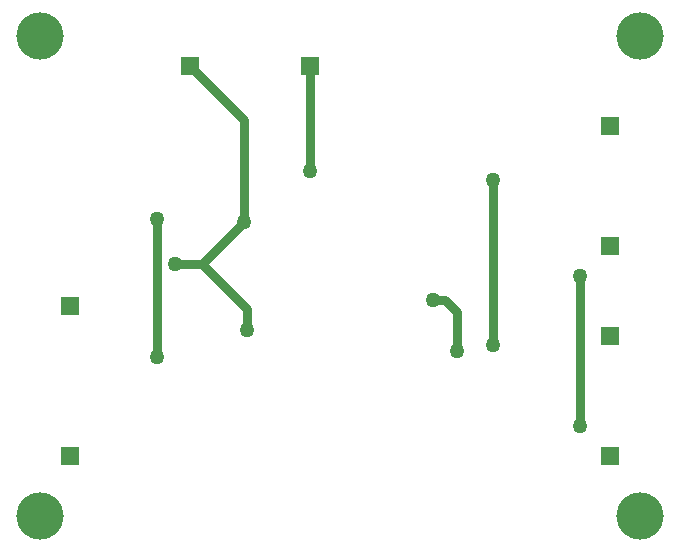
<source format=gbl>
%FSTAX23Y23*%
%MOIN*%
%SFA1B1*%

%IPPOS*%
%ADD19R,0.061810X0.061810*%
%ADD22C,0.030000*%
%ADD23C,0.050000*%
%ADD24C,0.157480*%
%LNlm709_pcb-1*%
%LPD*%
G54D19*
X045Y022D03*
Y026D03*
Y029D03*
Y033D03*
X031Y035D03*
X035D03*
X027Y027D03*
Y022D03*
G54D22*
X044Y023D02*
Y028D01*
X0299Y0253D02*
Y0299D01*
X0411Y0257D02*
Y0312D01*
X035Y0315D02*
Y035D01*
X0328Y0298D02*
Y0332D01*
X031Y035D02*
X0328Y0332D01*
X0305Y0284D02*
X0314D01*
X0329Y0262D02*
Y0269D01*
X0314Y0284D02*
X0329Y0269D01*
X0314Y0284D02*
X0328Y0298D01*
X0399Y0255D02*
Y0268D01*
X0395Y0272D02*
X0399Y0268D01*
X0391Y0272D02*
X0395D01*
G54D23*
X044Y028D03*
X0299Y0253D03*
X044Y023D03*
X0411Y0257D03*
Y0312D03*
X035Y0315D03*
X0299Y0299D03*
X0305Y0284D03*
X0329Y0262D03*
X0328Y0298D03*
X0399Y0255D03*
X0391Y0272D03*
G54D24*
X026Y02D03*
X046D03*
Y036D03*
X026D03*
M02*
</source>
